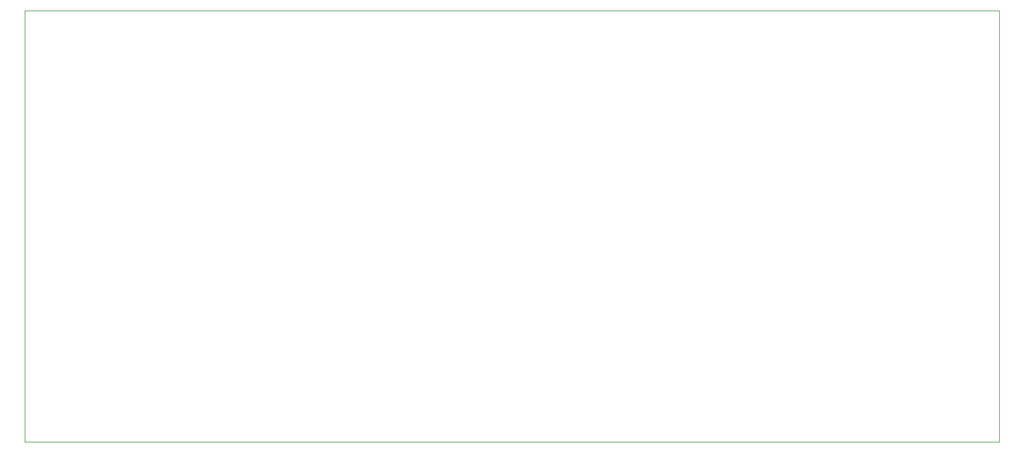
<source format=gbr>
%TF.GenerationSoftware,KiCad,Pcbnew,(5.1.10)-1*%
%TF.CreationDate,2021-08-23T16:24:53+02:00*%
%TF.ProjectId,Console,436f6e73-6f6c-4652-9e6b-696361645f70,v01*%
%TF.SameCoordinates,Original*%
%TF.FileFunction,Profile,NP*%
%FSLAX46Y46*%
G04 Gerber Fmt 4.6, Leading zero omitted, Abs format (unit mm)*
G04 Created by KiCad (PCBNEW (5.1.10)-1) date 2021-08-23 16:24:53*
%MOMM*%
%LPD*%
G01*
G04 APERTURE LIST*
%TA.AperFunction,Profile*%
%ADD10C,0.050000*%
%TD*%
G04 APERTURE END LIST*
D10*
X216242500Y-64770000D02*
X216242500Y-126777500D01*
X76238500Y-64770000D02*
X76238500Y-126777500D01*
X216242500Y-64770000D02*
X76238500Y-64770000D01*
X76238500Y-126777500D02*
X216242500Y-126777500D01*
M02*

</source>
